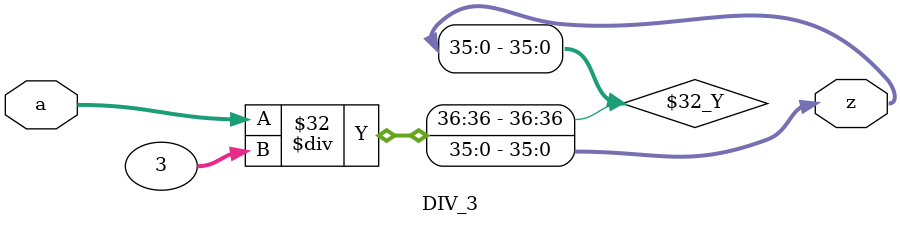
<source format=v>

`ifdef RTL
	`include "GATED_OR.v"
`else
	`include "Netlist/GATED_OR_SYN.v"
`endif
// synopsys translate_on

module SAD(
    //Input signals
    clk,
    rst_n,
    cg_en,
    in_valid,
	in_data1,
    T,
    in_data2,
    w_Q,
    w_K,
    w_V,

    //Output signals
    out_valid,
    out_data
    );

input clk;
input rst_n;
input in_valid;
input cg_en;
input signed [5:0] in_data1;
input [3:0] T;
input signed [7:0] in_data2;
input signed [7:0] w_Q;
input signed [7:0] w_K;
input signed [7:0] w_V;

output reg out_valid;
output reg signed [91:0] out_data;

//==============================================//
//       parameter & integer declaration        //
//==============================================//
parameter d_model = 'd8;

genvar k;

//==============================================//
//           reg & wire declaration             //
//==============================================//

reg [8:0] cnt_clk, next_cnt_clk;  // 0 ~ 307 (9 bits)
reg [6:0] handle_cycles_t8;   // 1*8 or 4*8 or 8*8 = 8 ~ 64
reg [6:0] handle_cycles_tt;   // 1*1 or 4*4 or 8*8 = 1 ~ 64
reg [8:0] QK_start_cycle;
reg [8:0] SV_start_cycle;
reg [8:0] out_start_cycle;
reg [8:0] end_cycle;     // max = 307 ??

// ----------------- input buffer -----------------
wire in_data1_valid, in_data2_valid, Q_valid, K_valid, V_valid;

reg signed [5:0] in_data1_reg [0:15];
reg [3:0] T_reg;
wire signed [7:0] in_data2_reg [0:63];
wire signed [7:0] w_Q_reg [0:63];
wire signed [7:0] w_K_reg [0:63];
wire signed [7:0] w_V_reg [0:63];

// ----------------- det -----------------
reg [3:0] det_cnt;    // 0 ~ 11
wire is_det;
reg  is_det_d1, is_det_d2, is_det_d3;

reg signed [20:0] det_tmp;   // 21-bit
reg signed [24:0] det_result;

// ----------------- matrix multiply -----------------
reg [7:0] mult_cnt_small;   // 0~191
reg [7:0] mult_cnt_small_d1;
wire is_multiplying;
wire Q_mult, K_mult, V_mult;
reg  Q_mult_d1, K_mult_d1, V_mult_d1;

wire signed [7:0] w_Q_transpose [0:63];
wire signed [7:0] w_K_transpose [0:63];
wire signed [7:0] w_V_transpose [0:63];

wire is_QK;
reg is_QK_d1, is_QK_d2, is_QK_d3;
reg [5:0] mult_cnt_QK, mult_cnt_QK_d1, mult_cnt_QK_d2, mult_cnt_QK_d3;

reg signed [37:0] A_tmp;     // 38-bit
wire signed [36:0] A_pos;     // 37-bit

reg [36:0] div_a;   // 37-bit, all positive, unsigned
reg [35:0] div_z;   // 36-bit

wire signed [36:0] S_reg [0:63];

wire is_SV;
reg is_SV_d1;
reg [7:0] mult_cnt_SV, mult_cnt_SV_d1;   // 0~191

reg signed [18:0] V_transpose [0:63];

// ----------------- mult -----------------
reg signed [7:0]  mult_s_a [0:7];
reg signed [7:0]  mult_s_b [0:7];
reg signed [15:0] mult_s_z [0:7];

reg signed [18:0] mult_b_a [0:7];
reg signed [36:0] mult_b_b [0:7];
reg signed [53:0] mult_b_z [0:7];

reg signed [24:0] mult_f_a;
reg signed [53:0] mult_f_b;
reg signed [91:0] mult_f_z;

wire signed [18:0] Q_reg [0:63], K_reg [0:63], V_reg [0:63];     // 19-bit

//==============================================//
//                 GATED_OR                     //
//==============================================//



//==============================================//
//                  design                      //
//==============================================//

wire the_end = (cnt_clk == end_cycle);

// reg [8:0] cnt_clk;  // 0 ~ 307 (9 bits)
always @(posedge clk or negedge rst_n) begin
	if (!rst_n) cnt_clk <= 7'b0;
	else cnt_clk <= next_cnt_clk;
end

// reg [8:0] next_cnt_clk;  // 0 ~ 307 (9 bits)
always @(*) begin
    next_cnt_clk = cnt_clk;
    if      (the_end)                    next_cnt_clk = 9'b0;
    else if (cnt_clk > 9'b0 || in_valid) next_cnt_clk = cnt_clk + 9'd1;
end

// ----------------- input -----------------

// wire in_data1_valid, in_data2_valid, Q_valid, K_valid, V_valid;
assign in_data1_valid = in_valid && cnt_clk < 9'd16;
assign in_data2_valid = in_valid && cnt_clk < ({3'd0, T_reg} << 3);
assign Q_valid = in_valid &&                     cnt_clk < 9'd64;
assign K_valid = in_valid && cnt_clk > 9'd63  && cnt_clk < 9'd128;
assign V_valid = in_valid && cnt_clk > 9'd127 && cnt_clk < 9'd192;

// wire T_clk;
// wire T_sleep = cg_en & ~(cnt_clk == 9'd0);
// GATED_OR GATED_T (.CLOCK(clk), .SLEEP_CTRL(T_sleep), .RST_N(rst_n), .CLOCK_GATED(T_clk));

// reg [3:0] T_reg;
// always @(posedge T_clk or negedge rst_n) begin
always @(posedge clk or negedge rst_n) begin
    if      (!rst_n)                      T_reg <= 4'd0;
    else if (in_valid && cnt_clk == 9'd0) T_reg <= T;
end

// reg [6:0] handle_cycles_t8;   // 1*8 or 4*8 or 8*8 = 8 ~ 64
always @(*) begin
    case (T_reg)
        1:       handle_cycles_t8 = 7'd8;
        4:       handle_cycles_t8 = 7'd32;
        default: handle_cycles_t8 = 7'd64;
    endcase
end
// reg [6:0] handle_cycles_tt;   // 1*1 or 4*4 or 8*8 = 1 ~ 64
always @(*) begin
    case (T_reg)
        1:       handle_cycles_tt = 7'd1;
        4:       handle_cycles_tt = 7'd32;
        default: handle_cycles_tt = 7'd64;
    endcase
end

// reg [8:0] QK_start_cycle;
always @(*) begin
    case (T_reg)
        1:       QK_start_cycle = 9'd190;
        4:       QK_start_cycle = 9'd179;
        default: QK_start_cycle = 9'd179;
    endcase
end

// reg [8:0] SV_start_cycle;
always @(*) begin
    case (T_reg)
        1:       SV_start_cycle = 9'd194;
        4:       SV_start_cycle = 9'd211;
        default: SV_start_cycle = 9'd243;
    endcase
end

// reg [8:0] out_start_cycle;
always @(*) begin
    case (T_reg)
        1:       out_start_cycle = 9'd196;
        4:       out_start_cycle = 9'd213;
        default: out_start_cycle = 9'd245;
    endcase
end

// reg [8:0] end_cycle;     // max = 307 ??
always @(*) begin
    case (T_reg)
        1:       end_cycle = 9'd204;
        4:       end_cycle = 9'd245;
        default: end_cycle = 9'd309;
    endcase
end

wire in_data1_clk;
wire in_data1_sleep = cg_en & ~(cnt_clk <= 27);
GATED_OR GATED_in_data1 (.CLOCK(clk), .SLEEP_CTRL(in_data1_sleep), .RST_N(rst_n), .CLOCK_GATED(in_data1_clk));

// reg signed [5:0] in_data1_reg [0:15];
always @(posedge in_data1_clk or negedge rst_n) begin
// always @(posedge clk or negedge rst_n) begin
    integer i;
    if (!rst_n) for (i = 0; i < 16; i  = i + 1) in_data1_reg[i] <= 6'd0;
    // ----------------- input -----------------
    else if (in_data1_valid) in_data1_reg[cnt_clk] <= in_data1;
    // -------------- determinent --------------
    else if (is_det) begin
        in_data1_reg[0] <= in_data1_reg[1];
        in_data1_reg[1] <= in_data1_reg[2];
        in_data1_reg[2] <= in_data1_reg[3];
        in_data1_reg[3] <= in_data1_reg[0];

        in_data1_reg[4] <= in_data1_reg[5];
        in_data1_reg[5] <= in_data1_reg[6];
        in_data1_reg[6] <= in_data1_reg[7];
        in_data1_reg[7] <= in_data1_reg[4];
        
        in_data1_reg[8] <= in_data1_reg[9];
        in_data1_reg[9] <= in_data1_reg[10];
        in_data1_reg[10] <= in_data1_reg[11];
        in_data1_reg[11] <= in_data1_reg[8];

        in_data1_reg[12] <= in_data1_reg[13];
        in_data1_reg[13] <= in_data1_reg[14];
        in_data1_reg[14] <= in_data1_reg[15];
        in_data1_reg[15] <= in_data1_reg[12];
    end
end

wire in_data2_clk_h1, in_data2_clk_h2;
wire in_data2_sleep = cg_en & ~(cnt_clk < ({3'd0, T_reg} << 3)) & ~(the_end);
GATED_OR GATED_in_data2_h1 (.CLOCK(clk), .SLEEP_CTRL(in_data2_sleep), .RST_N(rst_n), .CLOCK_GATED(in_data2_clk_h1));
GATED_OR GATED_in_data2_h2 (.CLOCK(clk), .SLEEP_CTRL(in_data2_sleep), .RST_N(rst_n), .CLOCK_GATED(in_data2_clk_h2));

reg signed [7:0] in_data2_reg_h1 [0:31], in_data2_reg_h2 [32:63];

// reg signed [7:0] in_data2_reg [0:63];
always @(posedge in_data2_clk_h1 or negedge rst_n) begin
// always @(posedge clk or negedge rst_n) begin
    integer i;
    if      (!rst_n)                            for (i = 0; i < 32; i  = i + 1) in_data2_reg_h1[i] <= 8'd0;
    else if (the_end)                           for (i = 8; i < 32; i  = i + 1) in_data2_reg_h1[i] <= 8'd0;
    else if (in_data2_valid && cnt_clk < 9'd32) in_data2_reg_h1[cnt_clk] <= in_data2;
end

always @(posedge in_data2_clk_h2 or negedge rst_n) begin
// always @(posedge clk or negedge rst_n) begin
    integer i;
    if      (!rst_n)                            for (i = 32; i < 64; i  = i + 1) in_data2_reg_h2[i] <= 8'd0;
    else if (the_end)                           for (i = 32; i < 64; i  = i + 1) in_data2_reg_h2[i] <= 8'd0;
    else if (in_data2_valid && cnt_clk > 9'd31) in_data2_reg_h2[cnt_clk] <= in_data2;
end

generate
    for (k = 0; k < 32; k = k + 1) begin: recover_in_data2_reg
        assign in_data2_reg[k]    = in_data2_reg_h1[k];
        assign in_data2_reg[k+32] = in_data2_reg_h2[k+32];
    end
endgenerate

wire w_Q_clk_h1, w_Q_clk_h2;
wire w_K_clk_h1, w_K_clk_h2;
wire w_V_clk_h1, w_V_clk_h2;
wire w_Q_sleep = cg_en & ~(cnt_clk < 9'd64);
wire w_K_sleep = cg_en & ~(cnt_clk > 9'd63  && cnt_clk < 9'd128);
wire w_V_sleep = cg_en & ~(cnt_clk > 9'd127 && cnt_clk < 9'd192);
GATED_OR GATED_w_Q_h1 (.CLOCK(clk), .SLEEP_CTRL(w_Q_sleep), .RST_N(rst_n), .CLOCK_GATED(w_Q_clk_h1));
GATED_OR GATED_w_K_h1 (.CLOCK(clk), .SLEEP_CTRL(w_K_sleep), .RST_N(rst_n), .CLOCK_GATED(w_K_clk_h1));
GATED_OR GATED_w_V_h1 (.CLOCK(clk), .SLEEP_CTRL(w_V_sleep), .RST_N(rst_n), .CLOCK_GATED(w_V_clk_h1));
GATED_OR GATED_w_Q_h2 (.CLOCK(clk), .SLEEP_CTRL(w_Q_sleep), .RST_N(rst_n), .CLOCK_GATED(w_Q_clk_h2));
GATED_OR GATED_w_K_h2 (.CLOCK(clk), .SLEEP_CTRL(w_K_sleep), .RST_N(rst_n), .CLOCK_GATED(w_K_clk_h2));
GATED_OR GATED_w_V_h2 (.CLOCK(clk), .SLEEP_CTRL(w_V_sleep), .RST_N(rst_n), .CLOCK_GATED(w_V_clk_h2));

reg signed [7:0] w_Q_reg_h1 [0:31], w_Q_reg_h2 [32:63];
reg signed [7:0] w_K_reg_h1 [0:31], w_K_reg_h2 [32:63];
reg signed [7:0] w_V_reg_h1 [0:31], w_V_reg_h2 [32:63];

generate
    for (k = 0; k < 32; k = k + 1) begin: recover_w_QKV_reg
        assign w_Q_reg[k] = w_Q_reg_h1[k];
        assign w_K_reg[k] = w_K_reg_h1[k];
        assign w_V_reg[k] = w_V_reg_h1[k];
        assign w_Q_reg[k+32] = w_Q_reg_h2[k+32];
        assign w_K_reg[k+32] = w_K_reg_h2[k+32];
        assign w_V_reg[k+32] = w_V_reg_h2[k+32];
    end
endgenerate

// reg signed [7:0] w_Q_reg [0:63];
always @(posedge w_Q_clk_h1 or negedge rst_n) begin
    integer i;
    if      (!rst_n)  for (i = 0; i < 32; i = i + 1) w_Q_reg_h1[i] <= 8'd0;
    else if (Q_valid && cnt_clk[5:0] < 6'd32) w_Q_reg_h1[cnt_clk[5:0]] <= w_Q;
end
always @(posedge w_Q_clk_h2 or negedge rst_n) begin
    integer i;
    if      (!rst_n)  for (i = 32; i < 64; i = i + 1) w_Q_reg_h2[i] <= 8'd0;
    else if (Q_valid && cnt_clk[5:0] > 6'd31) w_Q_reg_h2[cnt_clk[5:0]] <= w_Q;
end

// reg signed [7:0] w_K_reg [0:63];
always @(posedge w_K_clk_h1 or negedge rst_n) begin
    integer i;
    if      (!rst_n)  for (i = 0; i < 32; i = i + 1) w_K_reg_h1[i] <= 8'd0;
    else if (K_valid && cnt_clk[5:0] < 6'd32) w_K_reg_h1[cnt_clk[5:0]] <= w_K;
end
always @(posedge w_K_clk_h2 or negedge rst_n) begin
    integer i;
    if      (!rst_n)  for (i = 32; i < 64; i = i + 1) w_K_reg_h2[i] <= 8'd0;
    else if (K_valid && cnt_clk[5:0] > 6'd31) w_K_reg_h2[cnt_clk[5:0]] <= w_K;
end

// reg signed [7:0] w_V_reg [0:63];
always @(posedge w_V_clk_h1 or negedge rst_n) begin
    integer i;
    if      (!rst_n)  for (i = 0; i < 32; i = i + 1) w_V_reg_h1[i] <= 8'd0;
    else if (V_valid && cnt_clk[5:0] < 6'd32) w_V_reg_h1[cnt_clk[5:0]] <= w_V;
end
always @(posedge w_V_clk_h2 or negedge rst_n) begin
    integer i;
    if      (!rst_n)  for (i = 32; i < 64; i = i + 1) w_V_reg_h2[i] <= 8'd0;
    else if (V_valid && cnt_clk[5:0] > 6'd31) w_V_reg_h2[cnt_clk[5:0]] <= w_V;
end

// -------------- determinent --------------

wire det_cnt_clk;
wire det_cnt_sleep = cg_en & ~(is_det) & ~(the_end);
GATED_OR GATED_det_cnt (.CLOCK(clk), .SLEEP_CTRL(det_cnt_sleep), .RST_N(rst_n), .CLOCK_GATED(det_cnt_clk));

// reg [3:0] det_cnt;    // 0 ~ 11
always @(posedge det_cnt_clk or negedge rst_n) begin
// always @(posedge clk or negedge rst_n) begin
    if      (!rst_n) det_cnt <= 4'd0;
    else if (is_det) det_cnt <= det_cnt + 4'd1;
    else if (the_end) det_cnt <= 4'd0;
end

// wire is_det;
assign is_det = (cnt_clk >= 9'd16 && cnt_clk <= 9'd27);

wire is_det_d_clk;
wire is_det_d_sleep = cg_en & ~(cnt_clk >= 9'd16 && cnt_clk <= 9'd30);
GATED_OR GATED_is_det_d (.CLOCK(clk), .SLEEP_CTRL(is_det_d_sleep), .RST_N(rst_n), .CLOCK_GATED(is_det_d_clk));

// reg is_det_d1, is_det_d2, is_det_d3;
always @(posedge is_det_d_clk or negedge rst_n) begin
// always @(posedge clk or negedge rst_n) begin
    if (!rst_n) begin
        is_det_d1 <= 1'b0;
        is_det_d2 <= 1'b0;
        is_det_d3 <= 1'b0;
    end
    else begin
        is_det_d1 <= is_det;
        is_det_d2 <= is_det_d1;
        is_det_d3 <= is_det_d2;
    end
end


// + a0 a5 a10 a15
// - a1 a6 a11 a12
// + a2 a7 a8  a13
// - a3 a4 a9  a14

// + a0 a6 a11 a13
// - a1 a7 a8  a14
// + a2 a4 a9  a15
// - a3 a5 a10 a12

// + a0 a7 a9  a14
// - a1 a4 a10 a15
// + a2 a5 a11 a12
// - a3 a6 a8  a13

//--------------------

// - a0 a7 a10 a13
// + a1 a4 a11 a14 
// - a2 a5 a8  a15
// + a3 a6 a9  a12

// - a0 a5 a11 a14
// + a1 a6 a8  a15 
// - a2 a7 a9  a12
// + a3 a4 a10 a13 

// - a0 a6 a9  a15
// + a1 a7 a10 a12
// - a2 a4 a11 a13 
// + a3 a5 a8  a14

wire mult_s_clk;
wire mult_s_sleep = cg_en & ~is_det & ~Q_mult & ~K_mult & ~V_mult & ~(the_end);
GATED_OR GATED_mult_s (.CLOCK(clk), .SLEEP_CTRL(mult_s_sleep), .RST_N(rst_n), .CLOCK_GATED(mult_s_clk));

// reg signed [7:0] mult_s_a[0:7], mult_s_b[0:7]
always @(posedge mult_s_clk or negedge rst_n) begin
// always @(posedge clk or negedge rst_n) begin
    integer i;
    if (!rst_n) begin
        for (i = 0; i < 8; i = i + 1) begin
            mult_s_a[i] <= 8'd0;
            mult_s_b[i] <= 8'd0;
        end
    end
    else if (is_det) begin
        case (det_cnt[3:2])
            // 2'd0: begin
            //     // +
            //     mult_s_a[0] <= {{2{in_data1_reg[0][5]}},  in_data1_reg[0]};
            //     mult_s_b[0] <= {{2{in_data1_reg[5][5]}},  in_data1_reg[5]};
            //     mult_s_a[1] <= {{2{in_data1_reg[10][5]}}, in_data1_reg[10]};
            //     mult_s_b[1] <= {{2{in_data1_reg[15][5]}}, in_data1_reg[15]};
            //     // -
            //     mult_s_a[2] <= {{2{in_data1_reg[0][5]}},  in_data1_reg[0]};
            //     mult_s_b[2] <= {{2{in_data1_reg[7][5]}},  in_data1_reg[7]};
            //     mult_s_a[3] <= {{2{in_data1_reg[10][5]}}, in_data1_reg[10]};
            //     mult_s_b[3] <= {{2{in_data1_reg[13][5]}}, in_data1_reg[13]};
            // end
            2'd1: begin
                // -
                mult_s_a[0] <= {{2{in_data1_reg[0][5]}},  in_data1_reg[0]};
                mult_s_b[0] <= {{2{in_data1_reg[6][5]}},  in_data1_reg[6]};
                mult_s_a[1] <= {{2{in_data1_reg[11][5]}}, in_data1_reg[11]};
                mult_s_b[1] <= {{2{in_data1_reg[13][5]}}, in_data1_reg[13]};
                // +
                
                mult_s_a[2] <= {{2{in_data1_reg[0][5]}},  in_data1_reg[0]};
                mult_s_b[2] <= {{2{in_data1_reg[5][5]}},  in_data1_reg[5]};
                mult_s_a[3] <= {{2{in_data1_reg[11][5]}}, in_data1_reg[11]};
                mult_s_b[3] <= {{2{in_data1_reg[14][5]}}, in_data1_reg[14]};
            end
            2'd2: begin
                // +
                mult_s_a[0] <= {{2{in_data1_reg[0][5]}},  in_data1_reg[0]};
                mult_s_b[0] <= {{2{in_data1_reg[7][5]}},  in_data1_reg[7]};
                mult_s_a[1] <= {{2{in_data1_reg[9][5]}},  in_data1_reg[9]};
                mult_s_b[1] <= {{2{in_data1_reg[14][5]}}, in_data1_reg[14]};
                // -
                mult_s_a[2] <= {{2{in_data1_reg[0][5]}},  in_data1_reg[0]};
                mult_s_b[2] <= {{2{in_data1_reg[6][5]}},  in_data1_reg[6]};
                mult_s_a[3] <= {{2{in_data1_reg[9][5]}},  in_data1_reg[9]};
                mult_s_b[3] <= {{2{in_data1_reg[15][5]}}, in_data1_reg[15]};
            end
            default: begin
                // -
                mult_s_a[0] <= {{2{in_data1_reg[0][5]}},  in_data1_reg[0]};
                mult_s_b[0] <= {{2{in_data1_reg[5][5]}},  in_data1_reg[5]};
                mult_s_a[1] <= {{2{in_data1_reg[10][5]}}, in_data1_reg[10]};
                mult_s_b[1] <= {{2{in_data1_reg[15][5]}}, in_data1_reg[15]};
                // +
                mult_s_a[2] <= {{2{in_data1_reg[0][5]}},  in_data1_reg[0]};
                mult_s_b[2] <= {{2{in_data1_reg[7][5]}},  in_data1_reg[7]};
                mult_s_a[3] <= {{2{in_data1_reg[10][5]}}, in_data1_reg[10]};
                mult_s_b[3] <= {{2{in_data1_reg[13][5]}}, in_data1_reg[13]};
            end
        endcase
    end
    else if (Q_mult) begin
        mult_s_a[0] <= in_data2_reg[{mult_cnt_small[5:3], 3'd0}];
        mult_s_a[1] <= in_data2_reg[{mult_cnt_small[5:3], 3'd1}];
        mult_s_a[2] <= in_data2_reg[{mult_cnt_small[5:3], 3'd2}];
        mult_s_a[3] <= in_data2_reg[{mult_cnt_small[5:3], 3'd3}];
        mult_s_a[4] <= in_data2_reg[{mult_cnt_small[5:3], 3'd4}];
        mult_s_a[5] <= in_data2_reg[{mult_cnt_small[5:3], 3'd5}];
        mult_s_a[6] <= in_data2_reg[{mult_cnt_small[5:3], 3'd6}];
        mult_s_a[7] <= in_data2_reg[{mult_cnt_small[5:3], 3'd7}];

        mult_s_b[0] <= w_Q_transpose[{mult_cnt_small[2:0], 3'd0}];
        mult_s_b[1] <= w_Q_transpose[{mult_cnt_small[2:0], 3'd1}];
        mult_s_b[2] <= w_Q_transpose[{mult_cnt_small[2:0], 3'd2}];
        mult_s_b[3] <= w_Q_transpose[{mult_cnt_small[2:0], 3'd3}];
        mult_s_b[4] <= w_Q_transpose[{mult_cnt_small[2:0], 3'd4}];
        mult_s_b[5] <= w_Q_transpose[{mult_cnt_small[2:0], 3'd5}];
        mult_s_b[6] <= w_Q_transpose[{mult_cnt_small[2:0], 3'd6}];
        mult_s_b[7] <= w_Q_transpose[{mult_cnt_small[2:0], 3'd7}];
    end
    else if (K_mult) begin
        mult_s_a[0] <= in_data2_reg[{mult_cnt_small[5:3], 3'd0}];
        mult_s_a[1] <= in_data2_reg[{mult_cnt_small[5:3], 3'd1}];
        mult_s_a[2] <= in_data2_reg[{mult_cnt_small[5:3], 3'd2}];
        mult_s_a[3] <= in_data2_reg[{mult_cnt_small[5:3], 3'd3}];
        mult_s_a[4] <= in_data2_reg[{mult_cnt_small[5:3], 3'd4}];
        mult_s_a[5] <= in_data2_reg[{mult_cnt_small[5:3], 3'd5}];
        mult_s_a[6] <= in_data2_reg[{mult_cnt_small[5:3], 3'd6}];
        mult_s_a[7] <= in_data2_reg[{mult_cnt_small[5:3], 3'd7}];

        mult_s_b[0] <= w_K_transpose[{mult_cnt_small[2:0], 3'd0}];
        mult_s_b[1] <= w_K_transpose[{mult_cnt_small[2:0], 3'd1}];
        mult_s_b[2] <= w_K_transpose[{mult_cnt_small[2:0], 3'd2}];
        mult_s_b[3] <= w_K_transpose[{mult_cnt_small[2:0], 3'd3}];
        mult_s_b[4] <= w_K_transpose[{mult_cnt_small[2:0], 3'd4}];
        mult_s_b[5] <= w_K_transpose[{mult_cnt_small[2:0], 3'd5}];
        mult_s_b[6] <= w_K_transpose[{mult_cnt_small[2:0], 3'd6}];
        mult_s_b[7] <= w_K_transpose[{mult_cnt_small[2:0], 3'd7}];
    end
    else if (V_mult) begin
        mult_s_a[0] <= in_data2_reg[{mult_cnt_small[5:3], 3'd0}];
        mult_s_a[1] <= in_data2_reg[{mult_cnt_small[5:3], 3'd1}];
        mult_s_a[2] <= in_data2_reg[{mult_cnt_small[5:3], 3'd2}];
        mult_s_a[3] <= in_data2_reg[{mult_cnt_small[5:3], 3'd3}];
        mult_s_a[4] <= in_data2_reg[{mult_cnt_small[5:3], 3'd4}];
        mult_s_a[5] <= in_data2_reg[{mult_cnt_small[5:3], 3'd5}];
        mult_s_a[6] <= in_data2_reg[{mult_cnt_small[5:3], 3'd6}];
        mult_s_a[7] <= in_data2_reg[{mult_cnt_small[5:3], 3'd7}];

        mult_s_b[0] <= w_V_transpose[{mult_cnt_small[2:0], 3'd0}];
        mult_s_b[1] <= w_V_transpose[{mult_cnt_small[2:0], 3'd1}];
        mult_s_b[2] <= w_V_transpose[{mult_cnt_small[2:0], 3'd2}];
        mult_s_b[3] <= w_V_transpose[{mult_cnt_small[2:0], 3'd3}];
        mult_s_b[4] <= w_V_transpose[{mult_cnt_small[2:0], 3'd4}];
        mult_s_b[5] <= w_V_transpose[{mult_cnt_small[2:0], 3'd5}];
        mult_s_b[6] <= w_V_transpose[{mult_cnt_small[2:0], 3'd6}];
        mult_s_b[7] <= w_V_transpose[{mult_cnt_small[2:0], 3'd7}];
    end
    else if (the_end) begin
        for (i = 0; i < 8; i = i + 1) begin
            mult_s_a[i] <= 8'd0;
            mult_s_b[i] <= 8'd0;
        end
    end
end

// wire mult_b_clk;
// wire mult_b_sleep = cg_en & ~is_det_d1 & ~is_QK & ~is_SV & ~(the_end);
// GATED_OR GATED_mult_b (.CLOCK(clk), .SLEEP_CTRL(mult_b_sleep), .RST_N(rst_n), .CLOCK_GATED(mult_b_clk));

// reg signed [18:0] mult_b_a[0:7]
// reg signed [36:0] mult_b_b[0:7]
// always @(posedge mult_b_clk or negedge rst_n) begin  // fuck
always @(posedge clk or negedge rst_n) begin
    integer i;
    if (!rst_n) begin
        for (i = 0; i < 8; i = i + 1) begin
            mult_b_a[i] <= 19'd0;
            mult_b_b[i] <= 37'd0;
        end
    end
    else if (is_det_d1) begin
        mult_b_a[0] <= {{ 3{mult_s_z[0][15]}}, mult_s_z[0]};
        mult_b_b[0] <= {{21{mult_s_z[1][15]}}, mult_s_z[1]};
        mult_b_a[1] <= {{ 3{mult_s_z[2][15]}}, mult_s_z[2]};
        mult_b_b[1] <= {{21{mult_s_z[3][15]}}, mult_s_z[3]};
    end
    else if (is_QK) begin
        mult_b_a[0] <= Q_reg[{mult_cnt_QK[5:3], 3'd0}];
        mult_b_a[1] <= Q_reg[{mult_cnt_QK[5:3], 3'd1}];
        mult_b_a[2] <= Q_reg[{mult_cnt_QK[5:3], 3'd2}];
        mult_b_a[3] <= Q_reg[{mult_cnt_QK[5:3], 3'd3}];
        mult_b_a[4] <= Q_reg[{mult_cnt_QK[5:3], 3'd4}];
        mult_b_a[5] <= Q_reg[{mult_cnt_QK[5:3], 3'd5}];
        mult_b_a[6] <= Q_reg[{mult_cnt_QK[5:3], 3'd6}];
        mult_b_a[7] <= Q_reg[{mult_cnt_QK[5:3], 3'd7}];

        mult_b_b[0] <= {{18{K_reg[{mult_cnt_QK[2:0], 3'd0}][18]}}, K_reg[{mult_cnt_QK[2:0], 3'd0}]};
        mult_b_b[1] <= {{18{K_reg[{mult_cnt_QK[2:0], 3'd1}][18]}}, K_reg[{mult_cnt_QK[2:0], 3'd1}]};
        mult_b_b[2] <= {{18{K_reg[{mult_cnt_QK[2:0], 3'd2}][18]}}, K_reg[{mult_cnt_QK[2:0], 3'd2}]};
        mult_b_b[3] <= {{18{K_reg[{mult_cnt_QK[2:0], 3'd3}][18]}}, K_reg[{mult_cnt_QK[2:0], 3'd3}]};
        mult_b_b[4] <= {{18{K_reg[{mult_cnt_QK[2:0], 3'd4}][18]}}, K_reg[{mult_cnt_QK[2:0], 3'd4}]};
        mult_b_b[5] <= {{18{K_reg[{mult_cnt_QK[2:0], 3'd5}][18]}}, K_reg[{mult_cnt_QK[2:0], 3'd5}]};
        mult_b_b[6] <= {{18{K_reg[{mult_cnt_QK[2:0], 3'd6}][18]}}, K_reg[{mult_cnt_QK[2:0], 3'd6}]};
        mult_b_b[7] <= {{18{K_reg[{mult_cnt_QK[2:0], 3'd7}][18]}}, K_reg[{mult_cnt_QK[2:0], 3'd7}]};
    end
    else if (is_SV) begin
        mult_b_a[0] <= V_transpose[{mult_cnt_SV[2:0], 3'd0}];  // 19-bit
        mult_b_a[1] <= V_transpose[{mult_cnt_SV[2:0], 3'd1}];
        mult_b_a[2] <= V_transpose[{mult_cnt_SV[2:0], 3'd2}];
        mult_b_a[3] <= V_transpose[{mult_cnt_SV[2:0], 3'd3}];
        mult_b_a[4] <= V_transpose[{mult_cnt_SV[2:0], 3'd4}];
        mult_b_a[5] <= V_transpose[{mult_cnt_SV[2:0], 3'd5}];
        mult_b_a[6] <= V_transpose[{mult_cnt_SV[2:0], 3'd6}];
        mult_b_a[7] <= V_transpose[{mult_cnt_SV[2:0], 3'd7}];

        mult_b_b[0] <= S_reg[{mult_cnt_SV[5:3], 3'd0}];        // 37-bit
        mult_b_b[1] <= S_reg[{mult_cnt_SV[5:3], 3'd1}];
        mult_b_b[2] <= S_reg[{mult_cnt_SV[5:3], 3'd2}];
        mult_b_b[3] <= S_reg[{mult_cnt_SV[5:3], 3'd3}];
        mult_b_b[4] <= S_reg[{mult_cnt_SV[5:3], 3'd4}];
        mult_b_b[5] <= S_reg[{mult_cnt_SV[5:3], 3'd5}];
        mult_b_b[6] <= S_reg[{mult_cnt_SV[5:3], 3'd6}];
        mult_b_b[7] <= S_reg[{mult_cnt_SV[5:3], 3'd7}];
    end
    else if (the_end) begin
        for (i = 0; i < 8; i = i + 1) begin
            mult_b_a[i] <= 19'd0;
            mult_b_b[i] <= 37'd0;
        end
    end
end

wire det_tmp_clk;
wire det_tmp_sleep = cg_en & ~is_det_d2;
GATED_OR GATED_det_tmp (.CLOCK(clk), .SLEEP_CTRL(det_tmp_sleep), .RST_N(rst_n), .CLOCK_GATED(det_tmp_clk));

// reg signed [20:0] det_tmp;   // 21-bit
always @(posedge det_tmp_clk or negedge rst_n) begin
// always @(posedge clk or negedge rst_n) begin
    if      (!rst_n)     det_tmp <= 25'd0;
    else if (is_det_d2) begin
        if (~cnt_clk[0]) det_tmp <= mult_b_z[0] - mult_b_z[1];
        else             det_tmp <= mult_b_z[1] - mult_b_z[0];
    end
end

wire det_result_clk;
wire det_result_sleep = cg_en & ~is_det_d3 & ~(the_end);
GATED_OR GATED_det_result (.CLOCK(clk), .SLEEP_CTRL(det_result_sleep), .RST_N(rst_n), .CLOCK_GATED(det_result_clk));

// reg signed [24:0] det_result;
always @(posedge det_result_clk or negedge rst_n) begin
// always @(posedge clk or negedge rst_n) begin
    if      (!rst_n)    det_result <= 25'd0;
    else if (is_det_d3) det_result <= det_result + det_tmp;
    else if (the_end)   det_result <= 25'd0;
end

// -------------- attention --------------

assign Q_mult = cnt_clk >= 9'd57  && cnt_clk <= 9'd120;
assign K_mult = cnt_clk >= 9'd121 && cnt_clk <= 9'd184;
assign V_mult = cnt_clk >= 9'd185 && cnt_clk < 9'd185 + handle_cycles_t8;

wire Q_mult_d_clk;
wire Q_mult_d_sleep = cg_en & ~(cnt_clk >= 9'd57 && cnt_clk < 9'd186 + handle_cycles_t8);
GATED_OR GATED_Q_mult_d (.CLOCK(clk), .SLEEP_CTRL(Q_mult_d_sleep), .RST_N(rst_n), .CLOCK_GATED(Q_mult_d_clk));

// reg Q_mult_d1, K_mult_d1, V_mult_d1;
always @(posedge Q_mult_d_clk or negedge rst_n) begin
// always @(posedge clk or negedge rst_n) begin
    if (!rst_n) begin
        Q_mult_d1 <= 1'b0;
        K_mult_d1 <= 1'b0;
        V_mult_d1 <= 1'b0;
    end
    else begin
        Q_mult_d1 <= Q_mult;
        K_mult_d1 <= K_mult;
        V_mult_d1 <= V_mult;
    end
end

// wire is_multiplying;
assign is_multiplying = (Q_mult || K_mult || V_mult);

wire mult_cnt_small_clk;
wire mult_cnt_small_sleep = cg_en & ~is_multiplying & ~(the_end);
GATED_OR GATED_mult_cnt_small (.CLOCK(clk), .SLEEP_CTRL(mult_cnt_small_sleep), .RST_N(rst_n), .CLOCK_GATED(mult_cnt_small_clk));

// reg [7:0] mult_cnt_small;   // 0~191
always @(posedge mult_cnt_small_clk or negedge rst_n) begin
// always @(posedge clk or negedge rst_n) begin
    if      (!rst_n)         mult_cnt_small <= 8'd0;
    else if (is_multiplying) mult_cnt_small <= mult_cnt_small + 8'd1;
    else if (the_end)        mult_cnt_small <= 8'd0;
end

// wire mult_cnt_small_d_clk;
// wire mult_cnt_small_d_sleep = cg_en & ~(Q_mult_d1 || K_mult_d1 || V_mult_d1);       // ??????????????????????????????

// GATED_OR GATED_mult_cnt_small_d (.CLOCK(clk), .SLEEP_CTRL(mult_cnt_small_d_sleep), .RST_N(rst_n), .CLOCK_GATED(mult_cnt_small_d_clk));

// reg [7:0] mult_cnt_small_d1;   // 0~191
// always @(posedge mult_cnt_small_d_clk or negedge rst_n) begin
always @(posedge clk or negedge rst_n) begin
    if (!rst_n) mult_cnt_small_d1 <= 8'd0;
    else        mult_cnt_small_d1 <= mult_cnt_small;
end

// wire signed [7:0] w_Q_transpose [0:63];
// wire signed [7:0] w_K_transpose [0:63];
// wire signed [7:0] w_V_transpose [0:63];
generate
    for (k = 0; k < 64; k = k + 1) begin: transpose_weight
        assign w_Q_transpose[k] = w_Q_reg[k/8 + 8*(k%8)];
        assign w_K_transpose[k] = w_K_reg[k/8 + 8*(k%8)];
        assign w_V_transpose[k] = w_V_reg[k/8 + 8*(k%8)];
    end
endgenerate

wire Q_reg_clk_h1, Q_reg_clk_h2;
wire V_reg_clk_h1, V_reg_clk_h2;
wire K_reg_clk_h1, K_reg_clk_h2;
wire Q_reg_sleep = cg_en & ~Q_mult_d1 & ~the_end;
wire K_reg_sleep = cg_en & ~K_mult_d1 & ~the_end;
wire V_reg_sleep = cg_en & ~V_mult_d1 & ~the_end;
GATED_OR GATED_Q_reg_h1 (.CLOCK(clk), .SLEEP_CTRL(Q_reg_sleep), .RST_N(rst_n), .CLOCK_GATED(Q_reg_clk_h1));
GATED_OR GATED_Q_reg_h2 (.CLOCK(clk), .SLEEP_CTRL(Q_reg_sleep), .RST_N(rst_n), .CLOCK_GATED(Q_reg_clk_h2));
GATED_OR GATED_K_reg_h1 (.CLOCK(clk), .SLEEP_CTRL(K_reg_sleep), .RST_N(rst_n), .CLOCK_GATED(K_reg_clk_h1));
GATED_OR GATED_K_reg_h2 (.CLOCK(clk), .SLEEP_CTRL(K_reg_sleep), .RST_N(rst_n), .CLOCK_GATED(K_reg_clk_h2));
GATED_OR GATED_V_reg_h1 (.CLOCK(clk), .SLEEP_CTRL(V_reg_sleep), .RST_N(rst_n), .CLOCK_GATED(V_reg_clk_h1));
GATED_OR GATED_V_reg_h2 (.CLOCK(clk), .SLEEP_CTRL(V_reg_sleep), .RST_N(rst_n), .CLOCK_GATED(V_reg_clk_h2));

reg signed [18:0] Q_reg_h1 [0:31], Q_reg_h2 [31:63];
reg signed [18:0] K_reg_h1 [0:31], K_reg_h2 [31:63];
reg signed [18:0] V_reg_h1 [0:31], V_reg_h2 [31:63];     // 19-bit

generate
    for (k = 0; k < 32; k = k + 1) begin: recover_QKV_reg
        assign Q_reg[k]    = Q_reg_h1[k];
        assign K_reg[k]    = K_reg_h1[k];
        assign V_reg[k]    = V_reg_h1[k];
        assign Q_reg[k+32] = Q_reg_h2[k+32];
        assign K_reg[k+32] = K_reg_h2[k+32];
        assign V_reg[k+32] = V_reg_h2[k+32];
    end
endgenerate

// reg signed [18:0] Q_reg [0:63], K_reg [0:63], V_reg [0:63];     // 19-bit
always @(posedge Q_reg_clk_h1 or negedge rst_n) begin
// always @(posedge clk or negedge rst_n) begin
    integer i;
    if (!rst_n) begin
        for (i = 0; i < 32; i = i + 1) Q_reg_h1[i] <= 19'd0;
    end
    else if (Q_mult_d1 && mult_cnt_small_d1[5:0] < 6'd32) begin
        Q_reg_h1[mult_cnt_small_d1[5:0]] <= mult_s_z[0] + mult_s_z[1] + mult_s_z[2] + mult_s_z[3] + mult_s_z[4] + mult_s_z[5] + mult_s_z[6] + mult_s_z[7];
    end
    else if (the_end) begin
        for (i = 0; i < 32; i = i + 1) Q_reg_h1[i] <= 19'd0;
    end
end
always @(posedge Q_reg_clk_h2 or negedge rst_n) begin
// always @(posedge clk or negedge rst_n) begin
    integer i;
    if (!rst_n) begin
        for (i = 32; i < 64; i = i + 1) Q_reg_h2[i] <= 19'd0;
    end
    else if (Q_mult_d1 && mult_cnt_small_d1[5:0] > 6'd31) begin
        Q_reg_h2[mult_cnt_small_d1[5:0]] <= mult_s_z[0] + mult_s_z[1] + mult_s_z[2] + mult_s_z[3] + mult_s_z[4] + mult_s_z[5] + mult_s_z[6] + mult_s_z[7];
    end
    else if (the_end) begin
        for (i = 32; i < 64; i = i + 1) Q_reg_h2[i] <= 19'd0;
    end
end

always @(posedge K_reg_clk_h1 or negedge rst_n) begin
// always @(posedge clk or negedge rst_n) begin
    integer i;
    if (!rst_n) begin
        for (i = 0; i < 32; i = i + 1) K_reg_h1[i] <= 19'd0;
    end
    else if (K_mult_d1 && mult_cnt_small_d1[5:0] < 6'd32) begin
        K_reg_h1[mult_cnt_small_d1[5:0]] <= mult_s_z[0] + mult_s_z[1] + mult_s_z[2] + mult_s_z[3] + mult_s_z[4] + mult_s_z[5] + mult_s_z[6] + mult_s_z[7];
    end
    else if (the_end) begin
        for (i = 0; i < 32; i = i + 1) K_reg_h1[i] <= 19'd0;
    end
end
always @(posedge K_reg_clk_h2 or negedge rst_n) begin
// always @(posedge clk or negedge rst_n) begin
    integer i;
    if (!rst_n) begin
        for (i = 32; i < 64; i = i + 1) K_reg_h2[i] <= 19'd0;
    end
    else if (K_mult_d1 && mult_cnt_small_d1[5:0] > 6'd31) begin
        K_reg_h2[mult_cnt_small_d1[5:0]] <= mult_s_z[0] + mult_s_z[1] + mult_s_z[2] + mult_s_z[3] + mult_s_z[4] + mult_s_z[5] + mult_s_z[6] + mult_s_z[7];
    end
    else if (the_end) begin
        for (i = 32; i < 64; i = i + 1) K_reg_h2[i] <= 19'd0;
    end
end

always @(posedge V_reg_clk_h1 or negedge rst_n) begin
// always @(posedge clk or negedge rst_n) begin
    integer i;
    if (!rst_n) begin
        for (i = 0; i < 32; i = i + 1) V_reg_h1[i] <= 19'd0;
    end
    else if (V_mult_d1 && mult_cnt_small_d1[5:0] < 6'd32) begin
        V_reg_h1[mult_cnt_small_d1[5:0]] <= mult_s_z[0] + mult_s_z[1] + mult_s_z[2] + mult_s_z[3] + mult_s_z[4] + mult_s_z[5] + mult_s_z[6] + mult_s_z[7];
    end
    else if (the_end) begin
        for (i = 0; i < 32; i = i + 1) V_reg_h1[i] <= 19'd0;
    end
end
always @(posedge V_reg_clk_h2 or negedge rst_n) begin
// always @(posedge clk or negedge rst_n) begin
    integer i;
    if (!rst_n) begin
        for (i = 32; i < 64; i = i + 1) V_reg_h2[i] <= 19'd0;
    end
    else if (V_mult_d1 && mult_cnt_small_d1[5:0] > 6'd31) begin
        V_reg_h2[mult_cnt_small_d1[5:0]] <= mult_s_z[0] + mult_s_z[1] + mult_s_z[2] + mult_s_z[3] + mult_s_z[4] + mult_s_z[5] + mult_s_z[6] + mult_s_z[7];
    end
    else if (the_end) begin
        for (i = 32; i < 64; i = i + 1) V_reg_h2[i] <= 19'd0;
    end
end

// -------------- QK^T --------------

wire mult_cnt_QK_clk;
wire mult_cnt_QK_sleep = cg_en & ~is_QK & ~the_end;
GATED_OR GATED_mult_cnt_QK (.CLOCK(clk), .SLEEP_CTRL(mult_cnt_QK_sleep), .RST_N(rst_n), .CLOCK_GATED(mult_cnt_QK_clk));

// reg [7:0] mult_cnt_QK;   // 0~191
always @(posedge mult_cnt_QK_clk or negedge rst_n) begin
// always @(posedge clk or negedge rst_n) begin
    if      (!rst_n)  mult_cnt_QK <= 8'd0;
    else if (is_QK)   mult_cnt_QK <= mult_cnt_QK + 8'd1;
    else if (the_end) mult_cnt_QK <= 8'd0;
end

wire mult_cnt_QK_d_clk;
wire mult_cnt_QK_d_sleep = cg_en & ~is_QK_d1 & ~is_QK_d2 & ~is_QK_d3 & ~(cnt_clk == 9'd0);
GATED_OR GATED_mult_cnt_QK_d (.CLOCK(clk), .SLEEP_CTRL(mult_cnt_QK_d_sleep), .RST_N(rst_n), .CLOCK_GATED(mult_cnt_QK_d_clk));

// reg [7:0] mult_cnt_QK_d1, mult_cnt_QK_d2, mult_cnt_QK_d3;   // 0~191
always @(posedge mult_cnt_QK_d_clk or negedge rst_n) begin
// always @(posedge clk or negedge rst_n) begin
    if (!rst_n) begin
        mult_cnt_QK_d1 <= 8'd0;
        mult_cnt_QK_d2 <= 8'd0;
        mult_cnt_QK_d3 <= 8'd0;
    end
    else begin
        mult_cnt_QK_d1 <= mult_cnt_QK;
        mult_cnt_QK_d2 <= mult_cnt_QK_d1;
        mult_cnt_QK_d3 <= mult_cnt_QK_d2;
    end
end

// wire is_QK;
assign is_QK = (cnt_clk >= QK_start_cycle) && (cnt_clk < QK_start_cycle + handle_cycles_tt);

// wire is_QK_d_clk;
// wire is_QK_d_sleep = cg_en & ~((cnt_clk > QK_start_cycle) & (cnt_clk < QK_start_cycle + handle_cycles_tt + 3));     // ?????????

// GATED_OR GATED_is_QK_d (.CLOCK(clk), .SLEEP_CTRL(is_QK_d_sleep), .RST_N(rst_n), .CLOCK_GATED(is_QK_d_clk));

// reg is_QK_d1, is_QK_d2, is_QK_d3;
// always @(posedge is_QK_d_clk or negedge rst_n) begin
always @(posedge clk or negedge rst_n) begin
    if (!rst_n) begin
        is_QK_d1 <= 1'd0;
        is_QK_d2 <= 1'd0;
        is_QK_d3 <= 1'd0;
    end
    else begin
        is_QK_d1 <= is_QK;
        is_QK_d2 <= is_QK_d1;
        is_QK_d3 <= is_QK_d2;
    end
end

wire A_tmp_clk;
wire A_tmp_sleep = cg_en & ~is_QK_d1 & ~the_end;
GATED_OR GATED_A_tmp (.CLOCK(clk), .SLEEP_CTRL(A_tmp_sleep), .RST_N(rst_n), .CLOCK_GATED(A_tmp_clk));

// reg signed [37:0] A_tmp;     // 38-bit
always @(posedge A_tmp_clk or negedge rst_n) begin
// always @(posedge clk or negedge rst_n) begin
    if      (!rst_n)               A_tmp <= 38'd0;
    else if (is_QK_d1)             A_tmp <= mult_b_z[0] + mult_b_z[1] + mult_b_z[2] + mult_b_z[3] + mult_b_z[4] + mult_b_z[5] + mult_b_z[6] + mult_b_z[7];
    else if (cnt_clk == end_cycle) A_tmp <= 38'd0;
end

// wire signed [36:0] A_pos;     // 37-bit
assign A_pos = ({37{~A_tmp[37]}} & A_tmp[36:0]);

wire div_a_clk;
wire div_a_sleep = cg_en & ~is_QK_d2;
GATED_OR GATED_div_a (.CLOCK(clk), .SLEEP_CTRL(div_a_sleep), .RST_N(rst_n), .CLOCK_GATED(div_a_clk));

// reg [36:0] div_a;   // 37-bit, all positive, unsigned
always @(posedge div_a_clk or negedge rst_n) begin
// always @(posedge clk or negedge rst_n) begin
    if      (!rst_n)   div_a <= 37'd0;
    else if (is_QK_d2) div_a <= A_pos;
end

// reg [35:0] div_z;   // 36-bit
DIV_3 #(37, 36) div_3(.a(div_a), .z(div_z));

wire S_reg_clk_h1, S_reg_clk_h2;
wire S_reg_sleep = cg_en & ~is_QK_d3 & ~the_end;
GATED_OR GATED_S_reg_h1 (.CLOCK(clk), .SLEEP_CTRL(S_reg_sleep), .RST_N(rst_n), .CLOCK_GATED(S_reg_clk_h1));
GATED_OR GATED_S_reg_h2 (.CLOCK(clk), .SLEEP_CTRL(S_reg_sleep), .RST_N(rst_n), .CLOCK_GATED(S_reg_clk_h2));

reg signed [36:0] S_reg_h1 [0:31], S_reg_h2 [32:63];

// reg signed [36:0] S_reg [0:63];
always @(posedge S_reg_clk_h1 or negedge rst_n) begin
// always @(posedge clk or negedge rst_n) begin
    integer i;
    if      (!rst_n)                             for (i = 0; i < 32; i = i + 1) S_reg_h1[i] <= 37'd0;
    else if (is_QK_d3 && mult_cnt_QK_d3 < 8'd32) S_reg_h1[mult_cnt_QK_d3] <= {1'b0, div_z};
    else if (the_end)                            for (i = 0; i < 32; i = i + 1) S_reg_h1[i] <= 37'd0;
end

always @(posedge S_reg_clk_h2 or negedge rst_n) begin
// always @(posedge clk or negedge rst_n) begin
    integer i;
    if      (!rst_n)                             for (i = 32; i < 64; i = i + 1) S_reg_h2[i] <= 37'd0;
    else if (is_QK_d3 && mult_cnt_QK_d3 > 8'd31) S_reg_h2[mult_cnt_QK_d3] <= {1'b0, div_z};
    else if (the_end)                            for (i = 32; i < 64; i = i + 1) S_reg_h2[i] <= 37'd0;
end

// for clk gate loading
generate
    for (k = 0; k < 32; k = k + 1) begin: recover_S_reg
        assign S_reg[k]    = S_reg_h1[k];
        assign S_reg[k+32] = S_reg_h2[k+32];
    end
endgenerate

// -------------- SV --------------

// wire is_SV;
assign is_SV = (cnt_clk >= SV_start_cycle) && (cnt_clk < SV_start_cycle + handle_cycles_t8);

// reg is_SV_d1, is_SV_d2, is_SV_d3, is_SV_d4;
always @(posedge clk or negedge rst_n) begin
    if (!rst_n) begin
        is_SV_d1 <= 1'b0;
    end
    else begin
        is_SV_d1 <= is_SV;
    end
end

wire mult_cnt_SV_clk;
wire mult_cnt_SV_sleep = cg_en & ~is_SV & ~the_end;
GATED_OR GATED_mult_cnt_SV (.CLOCK(clk), .SLEEP_CTRL(mult_cnt_SV_sleep), .RST_N(rst_n), .CLOCK_GATED(mult_cnt_SV_clk));

// reg [7:0] mult_cnt_SV;   // 0~191
always @(posedge mult_cnt_SV_clk or negedge rst_n) begin
// always @(posedge clk or negedge rst_n) begin
    if      (!rst_n)  mult_cnt_SV <= 8'd0;
    else if (is_SV)   mult_cnt_SV <= mult_cnt_SV + 8'd1;
    else if (the_end) mult_cnt_SV <= 8'd0;
end

wire mult_cnt_SV_d_clk;
wire mult_cnt_SV_d_sleep = cg_en & ~is_SV_d1;
GATED_OR GATED_mult_cnt_SV_d (.CLOCK(clk), .SLEEP_CTRL(mult_cnt_SV_d_sleep), .RST_N(rst_n), .CLOCK_GATED(mult_cnt_SV_d_clk));

// reg [7:0] mult_cnt_SV_d1;   // 0~191
always @(posedge mult_cnt_SV_d_clk or negedge rst_n) begin
// always @(posedge clk or negedge rst_n) begin
    if (!rst_n) begin
        mult_cnt_SV_d1 <= 8'd0;
    end
    else begin
        mult_cnt_SV_d1 <= mult_cnt_SV;
    end
end

// reg signed [18:0] V_transpose [0:63];
generate
    for (k = 0; k < 64; k = k + 1) begin: transpose_V
        assign V_transpose[k] = V_reg[k/8 + 8*(k%8)];
    end
endgenerate

// reg signed [24:0] mult_f_a;
// reg signed [53:0] mult_f_b;
// reg signed [91:0] mult_f_z;
always @(posedge mult_cnt_SV_d_clk or negedge rst_n) begin
// always @(posedge clk or negedge rst_n) begin
    if (!rst_n) begin
        mult_f_a <= 25'd0;
        mult_f_b <= 54'd0;
    end
    else if (is_SV_d1) begin
        mult_f_a <= det_result;
        mult_f_b <= mult_b_z[0] + mult_b_z[1] + mult_b_z[2] + mult_b_z[3] + mult_b_z[4] + mult_b_z[5] + mult_b_z[6] + mult_b_z[7];
    end
end

// -------------- mult IP --------------

// reg signed [7:0]  mult_s_a [0:7];
// reg signed [7:0]  mult_s_b [0:7];
// reg signed [15:0] mult_s_z [0:7];

// reg signed [18:0] mult_b_a [0:7];
// reg signed [36:0] mult_b_b [0:7];
// reg signed [53:0] mult_b_z [0:7];
generate
    for (k = 0; k < 8; k = k + 1) begin: mult_gen
        MULT #(8, 8, 16) mult_small (.a(mult_s_a[k]), .b(mult_s_b[k]), .z(mult_s_z[k]));
        MULT #(19, 37, 54) mult_big (.a(mult_b_a[k]), .b(mult_b_b[k]), .z(mult_b_z[k]));
    end
endgenerate

// reg signed [24:0] mult_f_a;
// reg signed [53:0] mult_f_b;
// reg signed [91:0] mult_f_z;
MULT #(25, 54, 92) mult_final (.a(mult_f_a), .b(mult_f_b), .z(mult_f_z));


// -------------- output --------------

// output reg out_valid;
always @(posedge clk or negedge rst_n) begin
    if      (!rst_n)                                            out_valid <= 1'b0;
    else if (cnt_clk >= out_start_cycle && cnt_clk < end_cycle) out_valid <= 1'b1;
    else if (the_end)                                           out_valid <= 1'b0;
end

wire out_data_clk;
wire out_data_sleep = cg_en & ~(cnt_clk >= out_start_cycle && cnt_clk < end_cycle) & ~the_end;

GATED_OR GATED_out_data (.CLOCK(clk), .SLEEP_CTRL(out_data_sleep), .RST_N(rst_n), .CLOCK_GATED(out_data_clk));

// output reg signed [91:0] out_data;
always @(posedge out_data_clk or negedge rst_n) begin
// always @(posedge clk or negedge rst_n) begin
    if      (!rst_n)                                            out_data <= 92'd0;
    else if (cnt_clk >= out_start_cycle && cnt_clk < end_cycle) out_data <= mult_f_z;
    else if (the_end)                                           out_data <= 92'd0;
end

endmodule

module MULT #(
    parameter a_bits = 8,
    parameter b_bits = 8,
    parameter z_bits = 16
) (
    input signed [a_bits-1:0] a,
    input signed [b_bits-1:0] b,
    output signed [z_bits-1:0] z
);
assign z = a * b;
endmodule

module DIV_3 #(
    parameter a_bits = 37,
    parameter z_bits = 36
) (
    input  [a_bits-1:0] a,
    output [z_bits-1:0] z
);
assign z = a / 3;
endmodule
</source>
